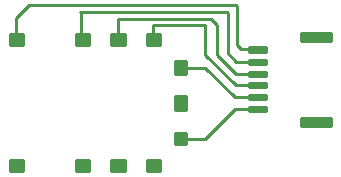
<source format=gbr>
G04 #@! TF.FileFunction,Copper,L1,Top,Signal*
%FSLAX46Y46*%
G04 Gerber Fmt 4.6, Leading zero omitted, Abs format (unit mm)*
G04 Created by KiCad (PCBNEW 4.0.7) date 02/19/18 16:57:02*
%MOMM*%
%LPD*%
G01*
G04 APERTURE LIST*
%ADD10C,0.100000*%
%ADD11C,0.250000*%
%ADD12C,0.254000*%
G04 APERTURE END LIST*
D10*
D11*
X140500000Y-92200000D02*
X139500000Y-92200000D01*
X159000000Y-95900000D02*
X157400000Y-95900000D01*
X140500000Y-92200000D02*
X141900000Y-92200000D01*
X143700000Y-92200000D02*
X141900000Y-92200000D01*
X146300000Y-92200000D02*
X143700000Y-92200000D01*
X157000000Y-92200000D02*
X146300000Y-92200000D01*
X157100000Y-92300000D02*
X157000000Y-92200000D01*
X157100000Y-95600000D02*
X157100000Y-92300000D01*
X157100000Y-95600000D02*
X157400000Y-95900000D01*
X138400000Y-93300000D02*
X138400000Y-95100000D01*
X139500000Y-92200000D02*
X138400000Y-93300000D01*
X146300000Y-92800000D02*
X143800000Y-92800000D01*
X157000000Y-97000000D02*
X156300000Y-96300000D01*
X156300000Y-96300000D02*
X156300000Y-92900000D01*
X156300000Y-92900000D02*
X156200000Y-92800000D01*
X156200000Y-92800000D02*
X146300000Y-92800000D01*
X159000000Y-97000000D02*
X157000000Y-97000000D01*
X143900000Y-92900000D02*
X143900000Y-95100000D01*
X143800000Y-92800000D02*
X143900000Y-92900000D01*
X147000000Y-95100000D02*
X147000000Y-93400000D01*
X154900000Y-93400000D02*
X147000000Y-93400000D01*
X154900000Y-93400000D02*
X155400000Y-93900000D01*
X155400000Y-93900000D02*
X155400000Y-96400000D01*
X155400000Y-96400000D02*
X157000000Y-98000000D01*
X157000000Y-98000000D02*
X159000000Y-98000000D01*
X150000000Y-95100000D02*
X150000000Y-93900000D01*
X154400000Y-93900000D02*
X150000000Y-93900000D01*
X154400000Y-93900000D02*
X154400000Y-96400000D01*
X154400000Y-96400000D02*
X157000000Y-99000000D01*
X157000000Y-99000000D02*
X159000000Y-99000000D01*
X152300000Y-97500000D02*
X154400000Y-97500000D01*
X156900000Y-100000000D02*
X154400000Y-97500000D01*
X156900000Y-100000000D02*
X159000000Y-100000000D01*
X152100000Y-103500000D02*
X154400000Y-103500000D01*
X156900000Y-101000000D02*
X154400000Y-103500000D01*
X156900000Y-101000000D02*
X159000000Y-101000000D01*
D12*
G36*
X138973000Y-106273000D02*
X137827000Y-106273000D01*
X137827000Y-105327000D01*
X138973000Y-105327000D01*
X138973000Y-106273000D01*
X138973000Y-106273000D01*
G37*
X138973000Y-106273000D02*
X137827000Y-106273000D01*
X137827000Y-105327000D01*
X138973000Y-105327000D01*
X138973000Y-106273000D01*
G36*
X144573000Y-106273000D02*
X143427000Y-106273000D01*
X143427000Y-105327000D01*
X144573000Y-105327000D01*
X144573000Y-106273000D01*
X144573000Y-106273000D01*
G37*
X144573000Y-106273000D02*
X143427000Y-106273000D01*
X143427000Y-105327000D01*
X144573000Y-105327000D01*
X144573000Y-106273000D01*
G36*
X147573000Y-106273000D02*
X146427000Y-106273000D01*
X146427000Y-105327000D01*
X147573000Y-105327000D01*
X147573000Y-106273000D01*
X147573000Y-106273000D01*
G37*
X147573000Y-106273000D02*
X146427000Y-106273000D01*
X146427000Y-105327000D01*
X147573000Y-105327000D01*
X147573000Y-106273000D01*
G36*
X150573000Y-106273000D02*
X149427000Y-106273000D01*
X149427000Y-105327000D01*
X150573000Y-105327000D01*
X150573000Y-106273000D01*
X150573000Y-106273000D01*
G37*
X150573000Y-106273000D02*
X149427000Y-106273000D01*
X149427000Y-105327000D01*
X150573000Y-105327000D01*
X150573000Y-106273000D01*
G36*
X152773000Y-103973000D02*
X151827000Y-103973000D01*
X151827000Y-103027000D01*
X152773000Y-103027000D01*
X152773000Y-103973000D01*
X152773000Y-103973000D01*
G37*
X152773000Y-103973000D02*
X151827000Y-103973000D01*
X151827000Y-103027000D01*
X152773000Y-103027000D01*
X152773000Y-103973000D01*
G36*
X152773000Y-101073000D02*
X151827000Y-101073000D01*
X151827000Y-99927000D01*
X152773000Y-99927000D01*
X152773000Y-101073000D01*
X152773000Y-101073000D01*
G37*
X152773000Y-101073000D02*
X151827000Y-101073000D01*
X151827000Y-99927000D01*
X152773000Y-99927000D01*
X152773000Y-101073000D01*
G36*
X152773000Y-98073000D02*
X151827000Y-98073000D01*
X151827000Y-96927000D01*
X152773000Y-96927000D01*
X152773000Y-98073000D01*
X152773000Y-98073000D01*
G37*
X152773000Y-98073000D02*
X151827000Y-98073000D01*
X151827000Y-96927000D01*
X152773000Y-96927000D01*
X152773000Y-98073000D01*
G36*
X150000000Y-94660000D02*
X150573000Y-94660000D01*
X150573000Y-95573000D01*
X149427000Y-95573000D01*
X149427000Y-94627000D01*
X149834099Y-94627000D01*
X150000000Y-94660000D01*
X150000000Y-94660000D01*
G37*
X150000000Y-94660000D02*
X150573000Y-94660000D01*
X150573000Y-95573000D01*
X149427000Y-95573000D01*
X149427000Y-94627000D01*
X149834099Y-94627000D01*
X150000000Y-94660000D01*
G36*
X147573000Y-95573000D02*
X146427000Y-95573000D01*
X146427000Y-94627000D01*
X147573000Y-94627000D01*
X147573000Y-95573000D01*
X147573000Y-95573000D01*
G37*
X147573000Y-95573000D02*
X146427000Y-95573000D01*
X146427000Y-94627000D01*
X147573000Y-94627000D01*
X147573000Y-95573000D01*
G36*
X144573000Y-95573000D02*
X143427000Y-95573000D01*
X143427000Y-94627000D01*
X144573000Y-94627000D01*
X144573000Y-95573000D01*
X144573000Y-95573000D01*
G37*
X144573000Y-95573000D02*
X143427000Y-95573000D01*
X143427000Y-94627000D01*
X144573000Y-94627000D01*
X144573000Y-95573000D01*
G36*
X159573000Y-97173000D02*
X158127000Y-97173000D01*
X158127000Y-96827000D01*
X159573000Y-96827000D01*
X159573000Y-97173000D01*
X159573000Y-97173000D01*
G37*
X159573000Y-97173000D02*
X158127000Y-97173000D01*
X158127000Y-96827000D01*
X159573000Y-96827000D01*
X159573000Y-97173000D01*
G36*
X159573000Y-98173000D02*
X158127000Y-98173000D01*
X158127000Y-97827000D01*
X159573000Y-97827000D01*
X159573000Y-98173000D01*
X159573000Y-98173000D01*
G37*
X159573000Y-98173000D02*
X158127000Y-98173000D01*
X158127000Y-97827000D01*
X159573000Y-97827000D01*
X159573000Y-98173000D01*
G36*
X159573000Y-99173000D02*
X158127000Y-99173000D01*
X158127000Y-98827000D01*
X159573000Y-98827000D01*
X159573000Y-99173000D01*
X159573000Y-99173000D01*
G37*
X159573000Y-99173000D02*
X158127000Y-99173000D01*
X158127000Y-98827000D01*
X159573000Y-98827000D01*
X159573000Y-99173000D01*
G36*
X159573000Y-100173000D02*
X158127000Y-100173000D01*
X158127000Y-99827000D01*
X159573000Y-99827000D01*
X159573000Y-100173000D01*
X159573000Y-100173000D01*
G37*
X159573000Y-100173000D02*
X158127000Y-100173000D01*
X158127000Y-99827000D01*
X159573000Y-99827000D01*
X159573000Y-100173000D01*
G36*
X159573000Y-101173000D02*
X158127000Y-101173000D01*
X158127000Y-100827000D01*
X159573000Y-100827000D01*
X159573000Y-101173000D01*
X159573000Y-101173000D01*
G37*
X159573000Y-101173000D02*
X158127000Y-101173000D01*
X158127000Y-100827000D01*
X159573000Y-100827000D01*
X159573000Y-101173000D01*
G36*
X165073000Y-102473000D02*
X162527000Y-102473000D01*
X162527000Y-101727000D01*
X165073000Y-101727000D01*
X165073000Y-102473000D01*
X165073000Y-102473000D01*
G37*
X165073000Y-102473000D02*
X162527000Y-102473000D01*
X162527000Y-101727000D01*
X165073000Y-101727000D01*
X165073000Y-102473000D01*
G36*
X165073000Y-95273000D02*
X162527000Y-95273000D01*
X162527000Y-94527000D01*
X165073000Y-94527000D01*
X165073000Y-95273000D01*
X165073000Y-95273000D01*
G37*
X165073000Y-95273000D02*
X162527000Y-95273000D01*
X162527000Y-94527000D01*
X165073000Y-94527000D01*
X165073000Y-95273000D01*
G36*
X138973000Y-95573000D02*
X137827000Y-95573000D01*
X137827000Y-94627000D01*
X138973000Y-94627000D01*
X138973000Y-95573000D01*
X138973000Y-95573000D01*
G37*
X138973000Y-95573000D02*
X137827000Y-95573000D01*
X137827000Y-94627000D01*
X138973000Y-94627000D01*
X138973000Y-95573000D01*
G36*
X159573000Y-96173000D02*
X158127000Y-96173000D01*
X158127000Y-95727000D01*
X159573000Y-95727000D01*
X159573000Y-96173000D01*
X159573000Y-96173000D01*
G37*
X159573000Y-96173000D02*
X158127000Y-96173000D01*
X158127000Y-95727000D01*
X159573000Y-95727000D01*
X159573000Y-96173000D01*
M02*

</source>
